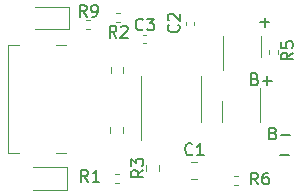
<source format=gbr>
%TF.GenerationSoftware,KiCad,Pcbnew,6.0.11+dfsg-1~bpo11+1*%
%TF.CreationDate,2023-03-12T17:24:38+00:00*%
%TF.ProjectId,tp4056,74703430-3536-42e6-9b69-6361645f7063,rev?*%
%TF.SameCoordinates,Original*%
%TF.FileFunction,Legend,Top*%
%TF.FilePolarity,Positive*%
%FSLAX46Y46*%
G04 Gerber Fmt 4.6, Leading zero omitted, Abs format (unit mm)*
G04 Created by KiCad (PCBNEW 6.0.11+dfsg-1~bpo11+1) date 2023-03-12 17:24:38*
%MOMM*%
%LPD*%
G01*
G04 APERTURE LIST*
%ADD10C,0.150000*%
%ADD11C,0.120000*%
G04 APERTURE END LIST*
D10*
X150152380Y-97378571D02*
X150295238Y-97426190D01*
X150342857Y-97473809D01*
X150390476Y-97569047D01*
X150390476Y-97711904D01*
X150342857Y-97807142D01*
X150295238Y-97854761D01*
X150200000Y-97902380D01*
X149819047Y-97902380D01*
X149819047Y-96902380D01*
X150152380Y-96902380D01*
X150247619Y-96950000D01*
X150295238Y-96997619D01*
X150342857Y-97092857D01*
X150342857Y-97188095D01*
X150295238Y-97283333D01*
X150247619Y-97330952D01*
X150152380Y-97378571D01*
X149819047Y-97378571D01*
X150819047Y-97521428D02*
X151580952Y-97521428D01*
X151510952Y-99242571D02*
X150749047Y-99242571D01*
X148592380Y-92788571D02*
X148735238Y-92836190D01*
X148782857Y-92883809D01*
X148830476Y-92979047D01*
X148830476Y-93121904D01*
X148782857Y-93217142D01*
X148735238Y-93264761D01*
X148640000Y-93312380D01*
X148259047Y-93312380D01*
X148259047Y-92312380D01*
X148592380Y-92312380D01*
X148687619Y-92360000D01*
X148735238Y-92407619D01*
X148782857Y-92502857D01*
X148782857Y-92598095D01*
X148735238Y-92693333D01*
X148687619Y-92740952D01*
X148592380Y-92788571D01*
X148259047Y-92788571D01*
X149259047Y-92931428D02*
X150020952Y-92931428D01*
X149640000Y-93312380D02*
X149640000Y-92550476D01*
X149059047Y-87961428D02*
X149820952Y-87961428D01*
X149440000Y-88342380D02*
X149440000Y-87580476D01*
%TO.C,R5*%
X151822380Y-90546666D02*
X151346190Y-90880000D01*
X151822380Y-91118095D02*
X150822380Y-91118095D01*
X150822380Y-90737142D01*
X150870000Y-90641904D01*
X150917619Y-90594285D01*
X151012857Y-90546666D01*
X151155714Y-90546666D01*
X151250952Y-90594285D01*
X151298571Y-90641904D01*
X151346190Y-90737142D01*
X151346190Y-91118095D01*
X150822380Y-89641904D02*
X150822380Y-90118095D01*
X151298571Y-90165714D01*
X151250952Y-90118095D01*
X151203333Y-90022857D01*
X151203333Y-89784761D01*
X151250952Y-89689523D01*
X151298571Y-89641904D01*
X151393809Y-89594285D01*
X151631904Y-89594285D01*
X151727142Y-89641904D01*
X151774761Y-89689523D01*
X151822380Y-89784761D01*
X151822380Y-90022857D01*
X151774761Y-90118095D01*
X151727142Y-90165714D01*
%TO.C,R2*%
X136873333Y-89272380D02*
X136540000Y-88796190D01*
X136301904Y-89272380D02*
X136301904Y-88272380D01*
X136682857Y-88272380D01*
X136778095Y-88320000D01*
X136825714Y-88367619D01*
X136873333Y-88462857D01*
X136873333Y-88605714D01*
X136825714Y-88700952D01*
X136778095Y-88748571D01*
X136682857Y-88796190D01*
X136301904Y-88796190D01*
X137254285Y-88367619D02*
X137301904Y-88320000D01*
X137397142Y-88272380D01*
X137635238Y-88272380D01*
X137730476Y-88320000D01*
X137778095Y-88367619D01*
X137825714Y-88462857D01*
X137825714Y-88558095D01*
X137778095Y-88700952D01*
X137206666Y-89272380D01*
X137825714Y-89272380D01*
%TO.C,C2*%
X142117142Y-88196666D02*
X142164761Y-88244285D01*
X142212380Y-88387142D01*
X142212380Y-88482380D01*
X142164761Y-88625238D01*
X142069523Y-88720476D01*
X141974285Y-88768095D01*
X141783809Y-88815714D01*
X141640952Y-88815714D01*
X141450476Y-88768095D01*
X141355238Y-88720476D01*
X141260000Y-88625238D01*
X141212380Y-88482380D01*
X141212380Y-88387142D01*
X141260000Y-88244285D01*
X141307619Y-88196666D01*
X141307619Y-87815714D02*
X141260000Y-87768095D01*
X141212380Y-87672857D01*
X141212380Y-87434761D01*
X141260000Y-87339523D01*
X141307619Y-87291904D01*
X141402857Y-87244285D01*
X141498095Y-87244285D01*
X141640952Y-87291904D01*
X142212380Y-87863333D01*
X142212380Y-87244285D01*
%TO.C,C1*%
X143300833Y-99137142D02*
X143253214Y-99184761D01*
X143110357Y-99232380D01*
X143015119Y-99232380D01*
X142872261Y-99184761D01*
X142777023Y-99089523D01*
X142729404Y-98994285D01*
X142681785Y-98803809D01*
X142681785Y-98660952D01*
X142729404Y-98470476D01*
X142777023Y-98375238D01*
X142872261Y-98280000D01*
X143015119Y-98232380D01*
X143110357Y-98232380D01*
X143253214Y-98280000D01*
X143300833Y-98327619D01*
X144253214Y-99232380D02*
X143681785Y-99232380D01*
X143967500Y-99232380D02*
X143967500Y-98232380D01*
X143872261Y-98375238D01*
X143777023Y-98470476D01*
X143681785Y-98518095D01*
%TO.C,R1*%
X134463333Y-101492380D02*
X134130000Y-101016190D01*
X133891904Y-101492380D02*
X133891904Y-100492380D01*
X134272857Y-100492380D01*
X134368095Y-100540000D01*
X134415714Y-100587619D01*
X134463333Y-100682857D01*
X134463333Y-100825714D01*
X134415714Y-100920952D01*
X134368095Y-100968571D01*
X134272857Y-101016190D01*
X133891904Y-101016190D01*
X135415714Y-101492380D02*
X134844285Y-101492380D01*
X135130000Y-101492380D02*
X135130000Y-100492380D01*
X135034761Y-100635238D01*
X134939523Y-100730476D01*
X134844285Y-100778095D01*
%TO.C,R6*%
X148852454Y-101714380D02*
X148519121Y-101238190D01*
X148281025Y-101714380D02*
X148281025Y-100714380D01*
X148661978Y-100714380D01*
X148757216Y-100762000D01*
X148804835Y-100809619D01*
X148852454Y-100904857D01*
X148852454Y-101047714D01*
X148804835Y-101142952D01*
X148757216Y-101190571D01*
X148661978Y-101238190D01*
X148281025Y-101238190D01*
X149709597Y-100714380D02*
X149519121Y-100714380D01*
X149423882Y-100762000D01*
X149376263Y-100809619D01*
X149281025Y-100952476D01*
X149233406Y-101142952D01*
X149233406Y-101523904D01*
X149281025Y-101619142D01*
X149328644Y-101666761D01*
X149423882Y-101714380D01*
X149614359Y-101714380D01*
X149709597Y-101666761D01*
X149757216Y-101619142D01*
X149804835Y-101523904D01*
X149804835Y-101285809D01*
X149757216Y-101190571D01*
X149709597Y-101142952D01*
X149614359Y-101095333D01*
X149423882Y-101095333D01*
X149328644Y-101142952D01*
X149281025Y-101190571D01*
X149233406Y-101285809D01*
%TO.C,C3*%
X139123333Y-88577142D02*
X139075714Y-88624761D01*
X138932857Y-88672380D01*
X138837619Y-88672380D01*
X138694761Y-88624761D01*
X138599523Y-88529523D01*
X138551904Y-88434285D01*
X138504285Y-88243809D01*
X138504285Y-88100952D01*
X138551904Y-87910476D01*
X138599523Y-87815238D01*
X138694761Y-87720000D01*
X138837619Y-87672380D01*
X138932857Y-87672380D01*
X139075714Y-87720000D01*
X139123333Y-87767619D01*
X139456666Y-87672380D02*
X140075714Y-87672380D01*
X139742380Y-88053333D01*
X139885238Y-88053333D01*
X139980476Y-88100952D01*
X140028095Y-88148571D01*
X140075714Y-88243809D01*
X140075714Y-88481904D01*
X140028095Y-88577142D01*
X139980476Y-88624761D01*
X139885238Y-88672380D01*
X139599523Y-88672380D01*
X139504285Y-88624761D01*
X139456666Y-88577142D01*
%TO.C,R9*%
X134343333Y-87532380D02*
X134010000Y-87056190D01*
X133771904Y-87532380D02*
X133771904Y-86532380D01*
X134152857Y-86532380D01*
X134248095Y-86580000D01*
X134295714Y-86627619D01*
X134343333Y-86722857D01*
X134343333Y-86865714D01*
X134295714Y-86960952D01*
X134248095Y-87008571D01*
X134152857Y-87056190D01*
X133771904Y-87056190D01*
X134819523Y-87532380D02*
X135010000Y-87532380D01*
X135105238Y-87484761D01*
X135152857Y-87437142D01*
X135248095Y-87294285D01*
X135295714Y-87103809D01*
X135295714Y-86722857D01*
X135248095Y-86627619D01*
X135200476Y-86580000D01*
X135105238Y-86532380D01*
X134914761Y-86532380D01*
X134819523Y-86580000D01*
X134771904Y-86627619D01*
X134724285Y-86722857D01*
X134724285Y-86960952D01*
X134771904Y-87056190D01*
X134819523Y-87103809D01*
X134914761Y-87151428D01*
X135105238Y-87151428D01*
X135200476Y-87103809D01*
X135248095Y-87056190D01*
X135295714Y-86960952D01*
%TO.C,R3*%
X139132380Y-100486666D02*
X138656190Y-100820000D01*
X139132380Y-101058095D02*
X138132380Y-101058095D01*
X138132380Y-100677142D01*
X138180000Y-100581904D01*
X138227619Y-100534285D01*
X138322857Y-100486666D01*
X138465714Y-100486666D01*
X138560952Y-100534285D01*
X138608571Y-100581904D01*
X138656190Y-100677142D01*
X138656190Y-101058095D01*
X138132380Y-100153333D02*
X138132380Y-99534285D01*
X138513333Y-99867619D01*
X138513333Y-99724761D01*
X138560952Y-99629523D01*
X138608571Y-99581904D01*
X138703809Y-99534285D01*
X138941904Y-99534285D01*
X139037142Y-99581904D01*
X139084761Y-99629523D01*
X139132380Y-99724761D01*
X139132380Y-100010476D01*
X139084761Y-100105714D01*
X139037142Y-100153333D01*
D11*
%TO.C,R5*%
X150570000Y-90299879D02*
X150570000Y-90635121D01*
X149810000Y-90299879D02*
X149810000Y-90635121D01*
%TO.C,U1*%
X138950000Y-94480000D02*
X138950000Y-97930000D01*
X138950000Y-94480000D02*
X138950000Y-92530000D01*
X144070000Y-94480000D02*
X144070000Y-92530000D01*
X144070000Y-94480000D02*
X144070000Y-96430000D01*
%TO.C,R2*%
X136794879Y-87980000D02*
X137130121Y-87980000D01*
X136794879Y-87220000D02*
X137130121Y-87220000D01*
%TO.C,C2*%
X143440000Y-87996665D02*
X143440000Y-88228335D01*
X142720000Y-87996665D02*
X142720000Y-88228335D01*
%TO.C,R8*%
X137402500Y-96857776D02*
X137402500Y-97367224D01*
X136357500Y-96857776D02*
X136357500Y-97367224D01*
%TO.C,D2*%
X132830000Y-88570000D02*
X132830000Y-86650000D01*
X132830000Y-86650000D02*
X129970000Y-86650000D01*
X129970000Y-88570000D02*
X132830000Y-88570000D01*
%TO.C,U4*%
X149040000Y-96463000D02*
X149040000Y-93513000D01*
X145820000Y-94663000D02*
X145820000Y-96463000D01*
%TO.C,C1*%
X143681252Y-101255000D02*
X143158748Y-101255000D01*
X143681252Y-99785000D02*
X143158748Y-99785000D01*
%TO.C,R1*%
X136782379Y-101570000D02*
X137117621Y-101570000D01*
X136782379Y-100810000D02*
X137117621Y-100810000D01*
%TO.C,P1*%
X132605000Y-89900000D02*
X131750000Y-89900000D01*
X128630000Y-99060000D02*
X127680000Y-99060000D01*
X128630000Y-89900000D02*
X127680000Y-89900000D01*
X127680000Y-89900000D02*
X127680000Y-99060000D01*
X132605000Y-99060000D02*
X131750000Y-99060000D01*
%TO.C,R6*%
X146812000Y-100966000D02*
X147147242Y-100966000D01*
X146812000Y-101726000D02*
X147147242Y-101726000D01*
%TO.C,C3*%
X139355835Y-89020000D02*
X139124165Y-89020000D01*
X139355835Y-89740000D02*
X139124165Y-89740000D01*
%TO.C,R9*%
X134625121Y-88510000D02*
X134289879Y-88510000D01*
X134625121Y-87750000D02*
X134289879Y-87750000D01*
%TO.C,R7*%
X137442500Y-92272224D02*
X137442500Y-91762776D01*
X136397500Y-92272224D02*
X136397500Y-91762776D01*
%TO.C,D1*%
X132695000Y-100230000D02*
X129835000Y-100230000D01*
X132695000Y-102150000D02*
X132695000Y-100230000D01*
X129835000Y-102150000D02*
X132695000Y-102150000D01*
%TO.C,R3*%
X139387500Y-100097776D02*
X139387500Y-100607224D01*
X140432500Y-100097776D02*
X140432500Y-100607224D01*
%TO.C,U2*%
X149120000Y-90910000D02*
X149120000Y-89110000D01*
X145900000Y-89110000D02*
X145900000Y-92060000D01*
%TD*%
M02*

</source>
